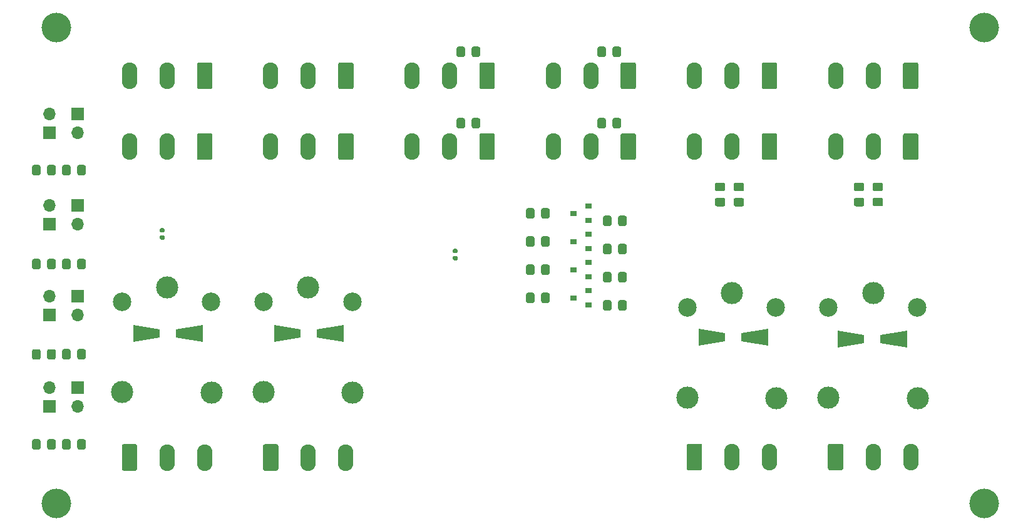
<source format=gbs>
G04 #@! TF.GenerationSoftware,KiCad,Pcbnew,(5.1.6)-1*
G04 #@! TF.CreationDate,2020-09-21T23:14:33+02:00*
G04 #@! TF.ProjectId,Brewnode_PCB,42726577-6e6f-4646-955f-5043422e6b69,1.0*
G04 #@! TF.SameCoordinates,Original*
G04 #@! TF.FileFunction,Soldermask,Bot*
G04 #@! TF.FilePolarity,Negative*
%FSLAX46Y46*%
G04 Gerber Fmt 4.6, Leading zero omitted, Abs format (unit mm)*
G04 Created by KiCad (PCBNEW (5.1.6)-1) date 2020-09-21 23:14:33*
%MOMM*%
%LPD*%
G01*
G04 APERTURE LIST*
%ADD10C,4.000000*%
%ADD11O,2.080000X3.600000*%
%ADD12R,0.900000X0.800000*%
%ADD13C,3.000000*%
%ADD14C,2.500000*%
%ADD15O,1.700000X1.700000*%
%ADD16R,1.700000X1.700000*%
%ADD17C,0.150000*%
G04 APERTURE END LIST*
D10*
X70715000Y-79896000D03*
X196189524Y-144285000D03*
X70715000Y-144285000D03*
X196191000Y-79896000D03*
D11*
X186295000Y-137987200D03*
X181215000Y-137987200D03*
G36*
G01*
X175095000Y-139537201D02*
X175095000Y-136437199D01*
G75*
G02*
X175344999Y-136187200I249999J0D01*
G01*
X176925001Y-136187200D01*
G75*
G02*
X177175000Y-136437199I0J-249999D01*
G01*
X177175000Y-139537201D01*
G75*
G02*
X176925001Y-139787200I-249999J0D01*
G01*
X175344999Y-139787200D01*
G75*
G02*
X175095000Y-139537201I0J249999D01*
G01*
G37*
X167192840Y-137987200D03*
X162112840Y-137987200D03*
G36*
G01*
X155992840Y-139537201D02*
X155992840Y-136437199D01*
G75*
G02*
X156242839Y-136187200I249999J0D01*
G01*
X157822841Y-136187200D01*
G75*
G02*
X158072840Y-136437199I0J-249999D01*
G01*
X158072840Y-139537201D01*
G75*
G02*
X157822841Y-139787200I-249999J0D01*
G01*
X156242839Y-139787200D01*
G75*
G02*
X155992840Y-139537201I0J249999D01*
G01*
G37*
G36*
G01*
X145068000Y-92399999D02*
X145068000Y-93300001D01*
G75*
G02*
X144818001Y-93550000I-249999J0D01*
G01*
X144167999Y-93550000D01*
G75*
G02*
X143918000Y-93300001I0J249999D01*
G01*
X143918000Y-92399999D01*
G75*
G02*
X144167999Y-92150000I249999J0D01*
G01*
X144818001Y-92150000D01*
G75*
G02*
X145068000Y-92399999I0J-249999D01*
G01*
G37*
G36*
G01*
X147118000Y-92399999D02*
X147118000Y-93300001D01*
G75*
G02*
X146868001Y-93550000I-249999J0D01*
G01*
X146217999Y-93550000D01*
G75*
G02*
X145968000Y-93300001I0J249999D01*
G01*
X145968000Y-92399999D01*
G75*
G02*
X146217999Y-92150000I249999J0D01*
G01*
X146868001Y-92150000D01*
G75*
G02*
X147118000Y-92399999I0J-249999D01*
G01*
G37*
G36*
G01*
X126018000Y-92399999D02*
X126018000Y-93300001D01*
G75*
G02*
X125768001Y-93550000I-249999J0D01*
G01*
X125117999Y-93550000D01*
G75*
G02*
X124868000Y-93300001I0J249999D01*
G01*
X124868000Y-92399999D01*
G75*
G02*
X125117999Y-92150000I249999J0D01*
G01*
X125768001Y-92150000D01*
G75*
G02*
X126018000Y-92399999I0J-249999D01*
G01*
G37*
G36*
G01*
X128068000Y-92399999D02*
X128068000Y-93300001D01*
G75*
G02*
X127818001Y-93550000I-249999J0D01*
G01*
X127167999Y-93550000D01*
G75*
G02*
X126918000Y-93300001I0J249999D01*
G01*
X126918000Y-92399999D01*
G75*
G02*
X127167999Y-92150000I249999J0D01*
G01*
X127818001Y-92150000D01*
G75*
G02*
X128068000Y-92399999I0J-249999D01*
G01*
G37*
G36*
G01*
X126018000Y-82747999D02*
X126018000Y-83648001D01*
G75*
G02*
X125768001Y-83898000I-249999J0D01*
G01*
X125117999Y-83898000D01*
G75*
G02*
X124868000Y-83648001I0J249999D01*
G01*
X124868000Y-82747999D01*
G75*
G02*
X125117999Y-82498000I249999J0D01*
G01*
X125768001Y-82498000D01*
G75*
G02*
X126018000Y-82747999I0J-249999D01*
G01*
G37*
G36*
G01*
X128068000Y-82747999D02*
X128068000Y-83648001D01*
G75*
G02*
X127818001Y-83898000I-249999J0D01*
G01*
X127167999Y-83898000D01*
G75*
G02*
X126918000Y-83648001I0J249999D01*
G01*
X126918000Y-82747999D01*
G75*
G02*
X127167999Y-82498000I249999J0D01*
G01*
X127818001Y-82498000D01*
G75*
G02*
X128068000Y-82747999I0J-249999D01*
G01*
G37*
G36*
G01*
X145068000Y-82747999D02*
X145068000Y-83648001D01*
G75*
G02*
X144818001Y-83898000I-249999J0D01*
G01*
X144167999Y-83898000D01*
G75*
G02*
X143918000Y-83648001I0J249999D01*
G01*
X143918000Y-82747999D01*
G75*
G02*
X144167999Y-82498000I249999J0D01*
G01*
X144818001Y-82498000D01*
G75*
G02*
X145068000Y-82747999I0J-249999D01*
G01*
G37*
G36*
G01*
X147118000Y-82747999D02*
X147118000Y-83648001D01*
G75*
G02*
X146868001Y-83898000I-249999J0D01*
G01*
X146217999Y-83898000D01*
G75*
G02*
X145968000Y-83648001I0J249999D01*
G01*
X145968000Y-82747999D01*
G75*
G02*
X146217999Y-82498000I249999J0D01*
G01*
X146868001Y-82498000D01*
G75*
G02*
X147118000Y-82747999I0J-249999D01*
G01*
G37*
G36*
G01*
X182290001Y-102043000D02*
X181389999Y-102043000D01*
G75*
G02*
X181140000Y-101793001I0J249999D01*
G01*
X181140000Y-101142999D01*
G75*
G02*
X181389999Y-100893000I249999J0D01*
G01*
X182290001Y-100893000D01*
G75*
G02*
X182540000Y-101142999I0J-249999D01*
G01*
X182540000Y-101793001D01*
G75*
G02*
X182290001Y-102043000I-249999J0D01*
G01*
G37*
G36*
G01*
X182290001Y-104093000D02*
X181389999Y-104093000D01*
G75*
G02*
X181140000Y-103843001I0J249999D01*
G01*
X181140000Y-103192999D01*
G75*
G02*
X181389999Y-102943000I249999J0D01*
G01*
X182290001Y-102943000D01*
G75*
G02*
X182540000Y-103192999I0J-249999D01*
G01*
X182540000Y-103843001D01*
G75*
G02*
X182290001Y-104093000I-249999J0D01*
G01*
G37*
G36*
G01*
X163494001Y-102061000D02*
X162593999Y-102061000D01*
G75*
G02*
X162344000Y-101811001I0J249999D01*
G01*
X162344000Y-101160999D01*
G75*
G02*
X162593999Y-100911000I249999J0D01*
G01*
X163494001Y-100911000D01*
G75*
G02*
X163744000Y-101160999I0J-249999D01*
G01*
X163744000Y-101811001D01*
G75*
G02*
X163494001Y-102061000I-249999J0D01*
G01*
G37*
G36*
G01*
X163494001Y-104111000D02*
X162593999Y-104111000D01*
G75*
G02*
X162344000Y-103861001I0J249999D01*
G01*
X162344000Y-103210999D01*
G75*
G02*
X162593999Y-102961000I249999J0D01*
G01*
X163494001Y-102961000D01*
G75*
G02*
X163744000Y-103210999I0J-249999D01*
G01*
X163744000Y-103861001D01*
G75*
G02*
X163494001Y-104111000I-249999J0D01*
G01*
G37*
G36*
G01*
X160954001Y-102052000D02*
X160053999Y-102052000D01*
G75*
G02*
X159804000Y-101802001I0J249999D01*
G01*
X159804000Y-101151999D01*
G75*
G02*
X160053999Y-100902000I249999J0D01*
G01*
X160954001Y-100902000D01*
G75*
G02*
X161204000Y-101151999I0J-249999D01*
G01*
X161204000Y-101802001D01*
G75*
G02*
X160954001Y-102052000I-249999J0D01*
G01*
G37*
G36*
G01*
X160954001Y-104102000D02*
X160053999Y-104102000D01*
G75*
G02*
X159804000Y-103852001I0J249999D01*
G01*
X159804000Y-103201999D01*
G75*
G02*
X160053999Y-102952000I249999J0D01*
G01*
X160954001Y-102952000D01*
G75*
G02*
X161204000Y-103201999I0J-249999D01*
G01*
X161204000Y-103852001D01*
G75*
G02*
X160954001Y-104102000I-249999J0D01*
G01*
G37*
G36*
G01*
X179750001Y-102052000D02*
X178849999Y-102052000D01*
G75*
G02*
X178600000Y-101802001I0J249999D01*
G01*
X178600000Y-101151999D01*
G75*
G02*
X178849999Y-100902000I249999J0D01*
G01*
X179750001Y-100902000D01*
G75*
G02*
X180000000Y-101151999I0J-249999D01*
G01*
X180000000Y-101802001D01*
G75*
G02*
X179750001Y-102052000I-249999J0D01*
G01*
G37*
G36*
G01*
X179750001Y-104102000D02*
X178849999Y-104102000D01*
G75*
G02*
X178600000Y-103852001I0J249999D01*
G01*
X178600000Y-103201999D01*
G75*
G02*
X178849999Y-102952000I249999J0D01*
G01*
X179750001Y-102952000D01*
G75*
G02*
X180000000Y-103201999I0J-249999D01*
G01*
X180000000Y-103852001D01*
G75*
G02*
X179750001Y-104102000I-249999J0D01*
G01*
G37*
G36*
G01*
X136316000Y-105492001D02*
X136316000Y-104591999D01*
G75*
G02*
X136565999Y-104342000I249999J0D01*
G01*
X137216001Y-104342000D01*
G75*
G02*
X137466000Y-104591999I0J-249999D01*
G01*
X137466000Y-105492001D01*
G75*
G02*
X137216001Y-105742000I-249999J0D01*
G01*
X136565999Y-105742000D01*
G75*
G02*
X136316000Y-105492001I0J249999D01*
G01*
G37*
G36*
G01*
X134266000Y-105492001D02*
X134266000Y-104591999D01*
G75*
G02*
X134515999Y-104342000I249999J0D01*
G01*
X135166001Y-104342000D01*
G75*
G02*
X135416000Y-104591999I0J-249999D01*
G01*
X135416000Y-105492001D01*
G75*
G02*
X135166001Y-105742000I-249999J0D01*
G01*
X134515999Y-105742000D01*
G75*
G02*
X134266000Y-105492001I0J249999D01*
G01*
G37*
G36*
G01*
X136316000Y-109302001D02*
X136316000Y-108401999D01*
G75*
G02*
X136565999Y-108152000I249999J0D01*
G01*
X137216001Y-108152000D01*
G75*
G02*
X137466000Y-108401999I0J-249999D01*
G01*
X137466000Y-109302001D01*
G75*
G02*
X137216001Y-109552000I-249999J0D01*
G01*
X136565999Y-109552000D01*
G75*
G02*
X136316000Y-109302001I0J249999D01*
G01*
G37*
G36*
G01*
X134266000Y-109302001D02*
X134266000Y-108401999D01*
G75*
G02*
X134515999Y-108152000I249999J0D01*
G01*
X135166001Y-108152000D01*
G75*
G02*
X135416000Y-108401999I0J-249999D01*
G01*
X135416000Y-109302001D01*
G75*
G02*
X135166001Y-109552000I-249999J0D01*
G01*
X134515999Y-109552000D01*
G75*
G02*
X134266000Y-109302001I0J249999D01*
G01*
G37*
G36*
G01*
X136316000Y-113112001D02*
X136316000Y-112211999D01*
G75*
G02*
X136565999Y-111962000I249999J0D01*
G01*
X137216001Y-111962000D01*
G75*
G02*
X137466000Y-112211999I0J-249999D01*
G01*
X137466000Y-113112001D01*
G75*
G02*
X137216001Y-113362000I-249999J0D01*
G01*
X136565999Y-113362000D01*
G75*
G02*
X136316000Y-113112001I0J249999D01*
G01*
G37*
G36*
G01*
X134266000Y-113112001D02*
X134266000Y-112211999D01*
G75*
G02*
X134515999Y-111962000I249999J0D01*
G01*
X135166001Y-111962000D01*
G75*
G02*
X135416000Y-112211999I0J-249999D01*
G01*
X135416000Y-113112001D01*
G75*
G02*
X135166001Y-113362000I-249999J0D01*
G01*
X134515999Y-113362000D01*
G75*
G02*
X134266000Y-113112001I0J249999D01*
G01*
G37*
G36*
G01*
X136316000Y-116922001D02*
X136316000Y-116021999D01*
G75*
G02*
X136565999Y-115772000I249999J0D01*
G01*
X137216001Y-115772000D01*
G75*
G02*
X137466000Y-116021999I0J-249999D01*
G01*
X137466000Y-116922001D01*
G75*
G02*
X137216001Y-117172000I-249999J0D01*
G01*
X136565999Y-117172000D01*
G75*
G02*
X136316000Y-116922001I0J249999D01*
G01*
G37*
G36*
G01*
X134266000Y-116922001D02*
X134266000Y-116021999D01*
G75*
G02*
X134515999Y-115772000I249999J0D01*
G01*
X135166001Y-115772000D01*
G75*
G02*
X135416000Y-116021999I0J-249999D01*
G01*
X135416000Y-116922001D01*
G75*
G02*
X135166001Y-117172000I-249999J0D01*
G01*
X134515999Y-117172000D01*
G75*
G02*
X134266000Y-116922001I0J249999D01*
G01*
G37*
G36*
G01*
X145830000Y-105607999D02*
X145830000Y-106508001D01*
G75*
G02*
X145580001Y-106758000I-249999J0D01*
G01*
X144929999Y-106758000D01*
G75*
G02*
X144680000Y-106508001I0J249999D01*
G01*
X144680000Y-105607999D01*
G75*
G02*
X144929999Y-105358000I249999J0D01*
G01*
X145580001Y-105358000D01*
G75*
G02*
X145830000Y-105607999I0J-249999D01*
G01*
G37*
G36*
G01*
X147880000Y-105607999D02*
X147880000Y-106508001D01*
G75*
G02*
X147630001Y-106758000I-249999J0D01*
G01*
X146979999Y-106758000D01*
G75*
G02*
X146730000Y-106508001I0J249999D01*
G01*
X146730000Y-105607999D01*
G75*
G02*
X146979999Y-105358000I249999J0D01*
G01*
X147630001Y-105358000D01*
G75*
G02*
X147880000Y-105607999I0J-249999D01*
G01*
G37*
G36*
G01*
X145830000Y-109417999D02*
X145830000Y-110318001D01*
G75*
G02*
X145580001Y-110568000I-249999J0D01*
G01*
X144929999Y-110568000D01*
G75*
G02*
X144680000Y-110318001I0J249999D01*
G01*
X144680000Y-109417999D01*
G75*
G02*
X144929999Y-109168000I249999J0D01*
G01*
X145580001Y-109168000D01*
G75*
G02*
X145830000Y-109417999I0J-249999D01*
G01*
G37*
G36*
G01*
X147880000Y-109417999D02*
X147880000Y-110318001D01*
G75*
G02*
X147630001Y-110568000I-249999J0D01*
G01*
X146979999Y-110568000D01*
G75*
G02*
X146730000Y-110318001I0J249999D01*
G01*
X146730000Y-109417999D01*
G75*
G02*
X146979999Y-109168000I249999J0D01*
G01*
X147630001Y-109168000D01*
G75*
G02*
X147880000Y-109417999I0J-249999D01*
G01*
G37*
G36*
G01*
X145830000Y-113227999D02*
X145830000Y-114128001D01*
G75*
G02*
X145580001Y-114378000I-249999J0D01*
G01*
X144929999Y-114378000D01*
G75*
G02*
X144680000Y-114128001I0J249999D01*
G01*
X144680000Y-113227999D01*
G75*
G02*
X144929999Y-112978000I249999J0D01*
G01*
X145580001Y-112978000D01*
G75*
G02*
X145830000Y-113227999I0J-249999D01*
G01*
G37*
G36*
G01*
X147880000Y-113227999D02*
X147880000Y-114128001D01*
G75*
G02*
X147630001Y-114378000I-249999J0D01*
G01*
X146979999Y-114378000D01*
G75*
G02*
X146730000Y-114128001I0J249999D01*
G01*
X146730000Y-113227999D01*
G75*
G02*
X146979999Y-112978000I249999J0D01*
G01*
X147630001Y-112978000D01*
G75*
G02*
X147880000Y-113227999I0J-249999D01*
G01*
G37*
G36*
G01*
X145830000Y-117037999D02*
X145830000Y-117938001D01*
G75*
G02*
X145580001Y-118188000I-249999J0D01*
G01*
X144929999Y-118188000D01*
G75*
G02*
X144680000Y-117938001I0J249999D01*
G01*
X144680000Y-117037999D01*
G75*
G02*
X144929999Y-116788000I249999J0D01*
G01*
X145580001Y-116788000D01*
G75*
G02*
X145830000Y-117037999I0J-249999D01*
G01*
G37*
G36*
G01*
X147880000Y-117037999D02*
X147880000Y-117938001D01*
G75*
G02*
X147630001Y-118188000I-249999J0D01*
G01*
X146979999Y-118188000D01*
G75*
G02*
X146730000Y-117938001I0J249999D01*
G01*
X146730000Y-117037999D01*
G75*
G02*
X146979999Y-116788000I249999J0D01*
G01*
X147630001Y-116788000D01*
G75*
G02*
X147880000Y-117037999I0J-249999D01*
G01*
G37*
G36*
G01*
X68614000Y-135833999D02*
X68614000Y-136734001D01*
G75*
G02*
X68364001Y-136984000I-249999J0D01*
G01*
X67713999Y-136984000D01*
G75*
G02*
X67464000Y-136734001I0J249999D01*
G01*
X67464000Y-135833999D01*
G75*
G02*
X67713999Y-135584000I249999J0D01*
G01*
X68364001Y-135584000D01*
G75*
G02*
X68614000Y-135833999I0J-249999D01*
G01*
G37*
G36*
G01*
X70664000Y-135833999D02*
X70664000Y-136734001D01*
G75*
G02*
X70414001Y-136984000I-249999J0D01*
G01*
X69763999Y-136984000D01*
G75*
G02*
X69514000Y-136734001I0J249999D01*
G01*
X69514000Y-135833999D01*
G75*
G02*
X69763999Y-135584000I249999J0D01*
G01*
X70414001Y-135584000D01*
G75*
G02*
X70664000Y-135833999I0J-249999D01*
G01*
G37*
G36*
G01*
X72678000Y-135833999D02*
X72678000Y-136734001D01*
G75*
G02*
X72428001Y-136984000I-249999J0D01*
G01*
X71777999Y-136984000D01*
G75*
G02*
X71528000Y-136734001I0J249999D01*
G01*
X71528000Y-135833999D01*
G75*
G02*
X71777999Y-135584000I249999J0D01*
G01*
X72428001Y-135584000D01*
G75*
G02*
X72678000Y-135833999I0J-249999D01*
G01*
G37*
G36*
G01*
X74728000Y-135833999D02*
X74728000Y-136734001D01*
G75*
G02*
X74478001Y-136984000I-249999J0D01*
G01*
X73827999Y-136984000D01*
G75*
G02*
X73578000Y-136734001I0J249999D01*
G01*
X73578000Y-135833999D01*
G75*
G02*
X73827999Y-135584000I249999J0D01*
G01*
X74478001Y-135584000D01*
G75*
G02*
X74728000Y-135833999I0J-249999D01*
G01*
G37*
G36*
G01*
X68614000Y-123665999D02*
X68614000Y-124566001D01*
G75*
G02*
X68364001Y-124816000I-249999J0D01*
G01*
X67713999Y-124816000D01*
G75*
G02*
X67464000Y-124566001I0J249999D01*
G01*
X67464000Y-123665999D01*
G75*
G02*
X67713999Y-123416000I249999J0D01*
G01*
X68364001Y-123416000D01*
G75*
G02*
X68614000Y-123665999I0J-249999D01*
G01*
G37*
G36*
G01*
X70664000Y-123665999D02*
X70664000Y-124566001D01*
G75*
G02*
X70414001Y-124816000I-249999J0D01*
G01*
X69763999Y-124816000D01*
G75*
G02*
X69514000Y-124566001I0J249999D01*
G01*
X69514000Y-123665999D01*
G75*
G02*
X69763999Y-123416000I249999J0D01*
G01*
X70414001Y-123416000D01*
G75*
G02*
X70664000Y-123665999I0J-249999D01*
G01*
G37*
G36*
G01*
X72678000Y-123641999D02*
X72678000Y-124542001D01*
G75*
G02*
X72428001Y-124792000I-249999J0D01*
G01*
X71777999Y-124792000D01*
G75*
G02*
X71528000Y-124542001I0J249999D01*
G01*
X71528000Y-123641999D01*
G75*
G02*
X71777999Y-123392000I249999J0D01*
G01*
X72428001Y-123392000D01*
G75*
G02*
X72678000Y-123641999I0J-249999D01*
G01*
G37*
G36*
G01*
X74728000Y-123641999D02*
X74728000Y-124542001D01*
G75*
G02*
X74478001Y-124792000I-249999J0D01*
G01*
X73827999Y-124792000D01*
G75*
G02*
X73578000Y-124542001I0J249999D01*
G01*
X73578000Y-123641999D01*
G75*
G02*
X73827999Y-123392000I249999J0D01*
G01*
X74478001Y-123392000D01*
G75*
G02*
X74728000Y-123641999I0J-249999D01*
G01*
G37*
G36*
G01*
X68614000Y-111449999D02*
X68614000Y-112350001D01*
G75*
G02*
X68364001Y-112600000I-249999J0D01*
G01*
X67713999Y-112600000D01*
G75*
G02*
X67464000Y-112350001I0J249999D01*
G01*
X67464000Y-111449999D01*
G75*
G02*
X67713999Y-111200000I249999J0D01*
G01*
X68364001Y-111200000D01*
G75*
G02*
X68614000Y-111449999I0J-249999D01*
G01*
G37*
G36*
G01*
X70664000Y-111449999D02*
X70664000Y-112350001D01*
G75*
G02*
X70414001Y-112600000I-249999J0D01*
G01*
X69763999Y-112600000D01*
G75*
G02*
X69514000Y-112350001I0J249999D01*
G01*
X69514000Y-111449999D01*
G75*
G02*
X69763999Y-111200000I249999J0D01*
G01*
X70414001Y-111200000D01*
G75*
G02*
X70664000Y-111449999I0J-249999D01*
G01*
G37*
G36*
G01*
X72678000Y-111449999D02*
X72678000Y-112350001D01*
G75*
G02*
X72428001Y-112600000I-249999J0D01*
G01*
X71777999Y-112600000D01*
G75*
G02*
X71528000Y-112350001I0J249999D01*
G01*
X71528000Y-111449999D01*
G75*
G02*
X71777999Y-111200000I249999J0D01*
G01*
X72428001Y-111200000D01*
G75*
G02*
X72678000Y-111449999I0J-249999D01*
G01*
G37*
G36*
G01*
X74728000Y-111449999D02*
X74728000Y-112350001D01*
G75*
G02*
X74478001Y-112600000I-249999J0D01*
G01*
X73827999Y-112600000D01*
G75*
G02*
X73578000Y-112350001I0J249999D01*
G01*
X73578000Y-111449999D01*
G75*
G02*
X73827999Y-111200000I249999J0D01*
G01*
X74478001Y-111200000D01*
G75*
G02*
X74728000Y-111449999I0J-249999D01*
G01*
G37*
G36*
G01*
X68614000Y-98749999D02*
X68614000Y-99650001D01*
G75*
G02*
X68364001Y-99900000I-249999J0D01*
G01*
X67713999Y-99900000D01*
G75*
G02*
X67464000Y-99650001I0J249999D01*
G01*
X67464000Y-98749999D01*
G75*
G02*
X67713999Y-98500000I249999J0D01*
G01*
X68364001Y-98500000D01*
G75*
G02*
X68614000Y-98749999I0J-249999D01*
G01*
G37*
G36*
G01*
X70664000Y-98749999D02*
X70664000Y-99650001D01*
G75*
G02*
X70414001Y-99900000I-249999J0D01*
G01*
X69763999Y-99900000D01*
G75*
G02*
X69514000Y-99650001I0J249999D01*
G01*
X69514000Y-98749999D01*
G75*
G02*
X69763999Y-98500000I249999J0D01*
G01*
X70414001Y-98500000D01*
G75*
G02*
X70664000Y-98749999I0J-249999D01*
G01*
G37*
G36*
G01*
X72678000Y-98749999D02*
X72678000Y-99650001D01*
G75*
G02*
X72428001Y-99900000I-249999J0D01*
G01*
X71777999Y-99900000D01*
G75*
G02*
X71528000Y-99650001I0J249999D01*
G01*
X71528000Y-98749999D01*
G75*
G02*
X71777999Y-98500000I249999J0D01*
G01*
X72428001Y-98500000D01*
G75*
G02*
X72678000Y-98749999I0J-249999D01*
G01*
G37*
G36*
G01*
X74728000Y-98749999D02*
X74728000Y-99650001D01*
G75*
G02*
X74478001Y-99900000I-249999J0D01*
G01*
X73827999Y-99900000D01*
G75*
G02*
X73578000Y-99650001I0J249999D01*
G01*
X73578000Y-98749999D01*
G75*
G02*
X73827999Y-98500000I249999J0D01*
G01*
X74478001Y-98500000D01*
G75*
G02*
X74728000Y-98749999I0J-249999D01*
G01*
G37*
D12*
X140708000Y-105042000D03*
X142708000Y-105992000D03*
X142708000Y-104092000D03*
X140708000Y-108852000D03*
X142708000Y-109802000D03*
X142708000Y-107902000D03*
X140708000Y-112662000D03*
X142708000Y-113612000D03*
X142708000Y-111712000D03*
X140708000Y-116472000D03*
X142708000Y-117422000D03*
X142708000Y-115522000D03*
D13*
X181215000Y-115837000D03*
D14*
X187165000Y-117787000D03*
D13*
X187215000Y-130037000D03*
X175165000Y-129987000D03*
D14*
X175165000Y-117787000D03*
D13*
X162112840Y-115837000D03*
D14*
X168062840Y-117787000D03*
D13*
X168112840Y-130037000D03*
X156062840Y-129987000D03*
D14*
X156062840Y-117787000D03*
D13*
X104818360Y-115075000D03*
D14*
X110768360Y-117025000D03*
D13*
X110818360Y-129275000D03*
X98768360Y-129225000D03*
D14*
X98768360Y-117025000D03*
D13*
X85720200Y-115075000D03*
D14*
X91670200Y-117025000D03*
D13*
X91720200Y-129275000D03*
X79670200Y-129225000D03*
D14*
X79670200Y-117025000D03*
D15*
X69826000Y-128631666D03*
D16*
X69826000Y-131171666D03*
D15*
X73636000Y-131161666D03*
D16*
X73636000Y-128621666D03*
D15*
X69826000Y-116284444D03*
D16*
X69826000Y-118824444D03*
D15*
X73636000Y-118814444D03*
D16*
X73636000Y-116274444D03*
D15*
X69826000Y-103937222D03*
D16*
X69826000Y-106477222D03*
D15*
X73636000Y-106467222D03*
D16*
X73636000Y-103927222D03*
D15*
X69826000Y-91580000D03*
D16*
X69826000Y-94120000D03*
D15*
X73636000Y-94120000D03*
D16*
X73636000Y-91580000D03*
D11*
X176135000Y-96025000D03*
X181215000Y-96025000D03*
G36*
G01*
X187335000Y-94474999D02*
X187335000Y-97575001D01*
G75*
G02*
X187085001Y-97825000I-249999J0D01*
G01*
X185504999Y-97825000D01*
G75*
G02*
X185255000Y-97575001I0J249999D01*
G01*
X185255000Y-94474999D01*
G75*
G02*
X185504999Y-94225000I249999J0D01*
G01*
X187085001Y-94225000D01*
G75*
G02*
X187335000Y-94474999I0J-249999D01*
G01*
G37*
X157032840Y-96025000D03*
X162112840Y-96025000D03*
G36*
G01*
X168232840Y-94474999D02*
X168232840Y-97575001D01*
G75*
G02*
X167982841Y-97825000I-249999J0D01*
G01*
X166402839Y-97825000D01*
G75*
G02*
X166152840Y-97575001I0J249999D01*
G01*
X166152840Y-94474999D01*
G75*
G02*
X166402839Y-94225000I249999J0D01*
G01*
X167982841Y-94225000D01*
G75*
G02*
X168232840Y-94474999I0J-249999D01*
G01*
G37*
X157032840Y-86445200D03*
X162112840Y-86445200D03*
G36*
G01*
X168232840Y-84895199D02*
X168232840Y-87995201D01*
G75*
G02*
X167982841Y-88245200I-249999J0D01*
G01*
X166402839Y-88245200D01*
G75*
G02*
X166152840Y-87995201I0J249999D01*
G01*
X166152840Y-84895199D01*
G75*
G02*
X166402839Y-84645200I249999J0D01*
G01*
X167982841Y-84645200D01*
G75*
G02*
X168232840Y-84895199I0J-249999D01*
G01*
G37*
X176131000Y-86445200D03*
X181211000Y-86445200D03*
G36*
G01*
X187331000Y-84895199D02*
X187331000Y-87995201D01*
G75*
G02*
X187081001Y-88245200I-249999J0D01*
G01*
X185500999Y-88245200D01*
G75*
G02*
X185251000Y-87995201I0J249999D01*
G01*
X185251000Y-84895199D01*
G75*
G02*
X185500999Y-84645200I249999J0D01*
G01*
X187081001Y-84645200D01*
G75*
G02*
X187331000Y-84895199I0J-249999D01*
G01*
G37*
X99738360Y-96025000D03*
X104818360Y-96025000D03*
G36*
G01*
X110938360Y-94474999D02*
X110938360Y-97575001D01*
G75*
G02*
X110688361Y-97825000I-249999J0D01*
G01*
X109108359Y-97825000D01*
G75*
G02*
X108858360Y-97575001I0J249999D01*
G01*
X108858360Y-94474999D01*
G75*
G02*
X109108359Y-94225000I249999J0D01*
G01*
X110688361Y-94225000D01*
G75*
G02*
X110938360Y-94474999I0J-249999D01*
G01*
G37*
X80640200Y-96025000D03*
X85720200Y-96025000D03*
G36*
G01*
X91840200Y-94474999D02*
X91840200Y-97575001D01*
G75*
G02*
X91590201Y-97825000I-249999J0D01*
G01*
X90010199Y-97825000D01*
G75*
G02*
X89760200Y-97575001I0J249999D01*
G01*
X89760200Y-94474999D01*
G75*
G02*
X90010199Y-94225000I249999J0D01*
G01*
X91590201Y-94225000D01*
G75*
G02*
X91840200Y-94474999I0J-249999D01*
G01*
G37*
X80640200Y-86445200D03*
X85720200Y-86445200D03*
G36*
G01*
X91840200Y-84895199D02*
X91840200Y-87995201D01*
G75*
G02*
X91590201Y-88245200I-249999J0D01*
G01*
X90010199Y-88245200D01*
G75*
G02*
X89760200Y-87995201I0J249999D01*
G01*
X89760200Y-84895199D01*
G75*
G02*
X90010199Y-84645200I249999J0D01*
G01*
X91590201Y-84645200D01*
G75*
G02*
X91840200Y-84895199I0J-249999D01*
G01*
G37*
X99738360Y-86445200D03*
X104818360Y-86445200D03*
G36*
G01*
X110938360Y-84895199D02*
X110938360Y-87995201D01*
G75*
G02*
X110688361Y-88245200I-249999J0D01*
G01*
X109108359Y-88245200D01*
G75*
G02*
X108858360Y-87995201I0J249999D01*
G01*
X108858360Y-84895199D01*
G75*
G02*
X109108359Y-84645200I249999J0D01*
G01*
X110688361Y-84645200D01*
G75*
G02*
X110938360Y-84895199I0J-249999D01*
G01*
G37*
X109898360Y-138049200D03*
X104818360Y-138049200D03*
G36*
G01*
X98698360Y-139599201D02*
X98698360Y-136499199D01*
G75*
G02*
X98948359Y-136249200I249999J0D01*
G01*
X100528361Y-136249200D01*
G75*
G02*
X100778360Y-136499199I0J-249999D01*
G01*
X100778360Y-139599201D01*
G75*
G02*
X100528361Y-139849200I-249999J0D01*
G01*
X98948359Y-139849200D01*
G75*
G02*
X98698360Y-139599201I0J249999D01*
G01*
G37*
X90800200Y-138049200D03*
X85720200Y-138049200D03*
G36*
G01*
X79600200Y-139599201D02*
X79600200Y-136499199D01*
G75*
G02*
X79850199Y-136249200I249999J0D01*
G01*
X81430201Y-136249200D01*
G75*
G02*
X81680200Y-136499199I0J-249999D01*
G01*
X81680200Y-139599201D01*
G75*
G02*
X81430201Y-139849200I-249999J0D01*
G01*
X79850199Y-139849200D01*
G75*
G02*
X79600200Y-139599201I0J249999D01*
G01*
G37*
G36*
G01*
X149134680Y-94474999D02*
X149134680Y-97575001D01*
G75*
G02*
X148884681Y-97825000I-249999J0D01*
G01*
X147304679Y-97825000D01*
G75*
G02*
X147054680Y-97575001I0J249999D01*
G01*
X147054680Y-94474999D01*
G75*
G02*
X147304679Y-94225000I249999J0D01*
G01*
X148884681Y-94225000D01*
G75*
G02*
X149134680Y-94474999I0J-249999D01*
G01*
G37*
X143014680Y-96025000D03*
X137934680Y-96025000D03*
X118836520Y-96025000D03*
X123916520Y-96025000D03*
G36*
G01*
X130036520Y-94474999D02*
X130036520Y-97575001D01*
G75*
G02*
X129786521Y-97825000I-249999J0D01*
G01*
X128206519Y-97825000D01*
G75*
G02*
X127956520Y-97575001I0J249999D01*
G01*
X127956520Y-94474999D01*
G75*
G02*
X128206519Y-94225000I249999J0D01*
G01*
X129786521Y-94225000D01*
G75*
G02*
X130036520Y-94474999I0J-249999D01*
G01*
G37*
G36*
G01*
X130036520Y-84895199D02*
X130036520Y-87995201D01*
G75*
G02*
X129786521Y-88245200I-249999J0D01*
G01*
X128206519Y-88245200D01*
G75*
G02*
X127956520Y-87995201I0J249999D01*
G01*
X127956520Y-84895199D01*
G75*
G02*
X128206519Y-84645200I249999J0D01*
G01*
X129786521Y-84645200D01*
G75*
G02*
X130036520Y-84895199I0J-249999D01*
G01*
G37*
X123916520Y-86445200D03*
X118836520Y-86445200D03*
X137934680Y-86445200D03*
X143014680Y-86445200D03*
G36*
G01*
X149134680Y-84895199D02*
X149134680Y-87995201D01*
G75*
G02*
X148884681Y-88245200I-249999J0D01*
G01*
X147304679Y-88245200D01*
G75*
G02*
X147054680Y-87995201I0J249999D01*
G01*
X147054680Y-84895199D01*
G75*
G02*
X147304679Y-84645200I249999J0D01*
G01*
X148884681Y-84645200D01*
G75*
G02*
X149134680Y-84895199I0J-249999D01*
G01*
G37*
D17*
G36*
X176378000Y-123210000D02*
G01*
X176378000Y-120910000D01*
X179978000Y-121510000D01*
X179978000Y-122610000D01*
X176378000Y-123210000D01*
G37*
G36*
X185778000Y-120910000D02*
G01*
X185778000Y-123210000D01*
X182178000Y-122610000D01*
X182178000Y-121510000D01*
X185778000Y-120910000D01*
G37*
G36*
X157582000Y-122956000D02*
G01*
X157582000Y-120656000D01*
X161182000Y-121256000D01*
X161182000Y-122356000D01*
X157582000Y-122956000D01*
G37*
G36*
X166982000Y-120656000D02*
G01*
X166982000Y-122956000D01*
X163382000Y-122356000D01*
X163382000Y-121256000D01*
X166982000Y-120656000D01*
G37*
G36*
X100178000Y-122448000D02*
G01*
X100178000Y-120148000D01*
X103778000Y-120748000D01*
X103778000Y-121848000D01*
X100178000Y-122448000D01*
G37*
G36*
X109578000Y-120148000D02*
G01*
X109578000Y-122448000D01*
X105978000Y-121848000D01*
X105978000Y-120748000D01*
X109578000Y-120148000D01*
G37*
G36*
X81128000Y-122448000D02*
G01*
X81128000Y-120148000D01*
X84728000Y-120748000D01*
X84728000Y-121848000D01*
X81128000Y-122448000D01*
G37*
G36*
X90528000Y-120148000D02*
G01*
X90528000Y-122448000D01*
X86928000Y-121848000D01*
X86928000Y-120748000D01*
X90528000Y-120148000D01*
G37*
G36*
G01*
X85238500Y-107646000D02*
X84893500Y-107646000D01*
G75*
G02*
X84746000Y-107498500I0J147500D01*
G01*
X84746000Y-107203500D01*
G75*
G02*
X84893500Y-107056000I147500J0D01*
G01*
X85238500Y-107056000D01*
G75*
G02*
X85386000Y-107203500I0J-147500D01*
G01*
X85386000Y-107498500D01*
G75*
G02*
X85238500Y-107646000I-147500J0D01*
G01*
G37*
G36*
G01*
X85238500Y-108616000D02*
X84893500Y-108616000D01*
G75*
G02*
X84746000Y-108468500I0J147500D01*
G01*
X84746000Y-108173500D01*
G75*
G02*
X84893500Y-108026000I147500J0D01*
G01*
X85238500Y-108026000D01*
G75*
G02*
X85386000Y-108173500I0J-147500D01*
G01*
X85386000Y-108468500D01*
G75*
G02*
X85238500Y-108616000I-147500J0D01*
G01*
G37*
G36*
G01*
X124862500Y-110440000D02*
X124517500Y-110440000D01*
G75*
G02*
X124370000Y-110292500I0J147500D01*
G01*
X124370000Y-109997500D01*
G75*
G02*
X124517500Y-109850000I147500J0D01*
G01*
X124862500Y-109850000D01*
G75*
G02*
X125010000Y-109997500I0J-147500D01*
G01*
X125010000Y-110292500D01*
G75*
G02*
X124862500Y-110440000I-147500J0D01*
G01*
G37*
G36*
G01*
X124862500Y-111410000D02*
X124517500Y-111410000D01*
G75*
G02*
X124370000Y-111262500I0J147500D01*
G01*
X124370000Y-110967500D01*
G75*
G02*
X124517500Y-110820000I147500J0D01*
G01*
X124862500Y-110820000D01*
G75*
G02*
X125010000Y-110967500I0J-147500D01*
G01*
X125010000Y-111262500D01*
G75*
G02*
X124862500Y-111410000I-147500J0D01*
G01*
G37*
M02*

</source>
